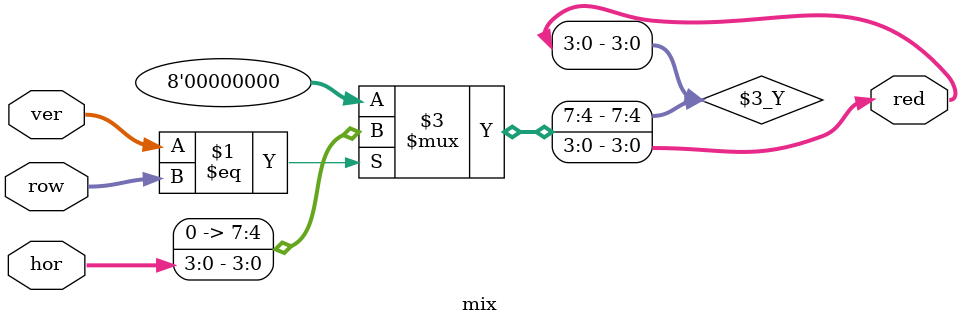
<source format=v>
module	move(reset, unable, keycode, ver, hor, clk);
input 		reset, clk, unable;
input 		[3:0]keycode;
output 	[7:0]ver, hor;
wire		left1, right1,left2, right2, up, down;
assign 	left1  =  ~keycode[3]&  ~keycode[2]& ~keycode[1]&  keycode[0] ;//press_1
assign 	right1 = ~keycode[3]&  ~keycode[2]& keycode[1]&  ~keycode[0] ;//press_2
assign 	left2  = keycode[3]&  ~keycode[2]& ~keycode[1]&  ~keycode[0] ;//press_3
assign 	right2 = keycode[3]&  ~keycode[2]& ~keycode[1]&   keycode[0] ;////press_4
//assign 	up    =  keycode[1]& ~keycode[2];
//assign	   down  =  keycode[3];
shift S1(left1, right1, reset, unable, hor, clk); //left & right
shift S2(left2, , right2, unable, hor, clk); //up & down
endmodule

module 	mix(ver, hor, row, red);
input		[3:0]ver, hor, row;
output 	[3:0]red;
assign 	red= (ver==row)?hor:8'b0;
endmodule

</source>
